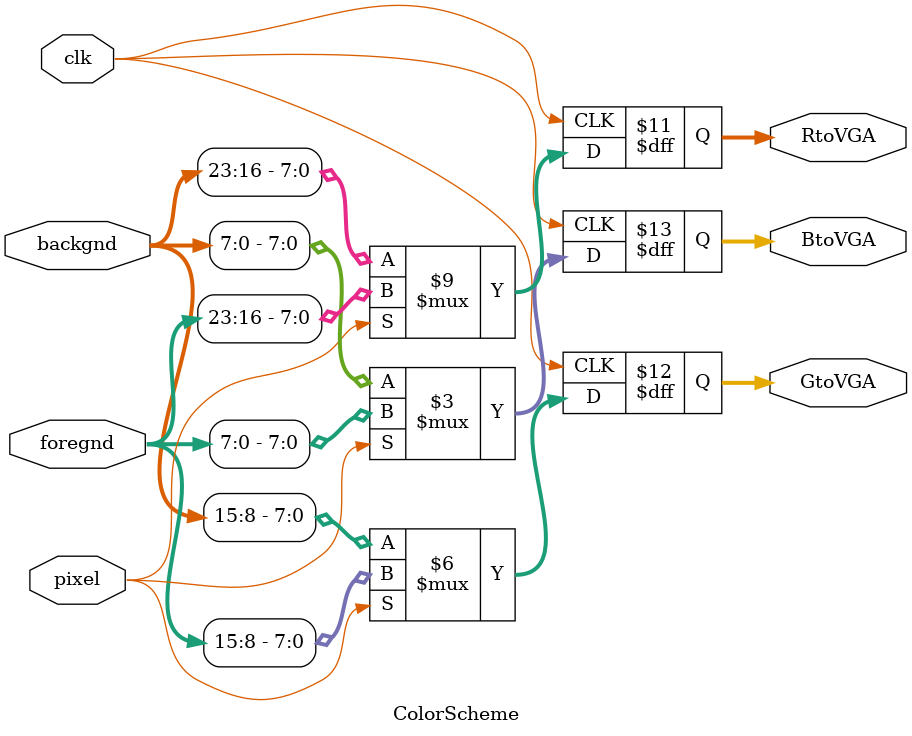
<source format=v>
module ColorScheme (
    input [23:0] foregnd,
	 input [23:0] backgnd,
	 input pixel,
	 input clk,
    output reg [7:0] RtoVGA,
	 output reg [7:0] GtoVGA,
	 output reg [7:0] BtoVGA
);

//'h000066 RGB Background default WP5.1 Blue
//'hE0E0E0 RGB Foreground default WP5.1 Light Gray

always @(posedge clk) begin
	if (pixel) begin
		RtoVGA <= foregnd[23:16];
		GtoVGA <= foregnd[15:8];
		BtoVGA <= foregnd[7:0];
	end
	else begin
		RtoVGA <= backgnd[23:16];
		GtoVGA <= backgnd[15:8];
		BtoVGA <= backgnd[7:0];
	end
end
endmodule
</source>
